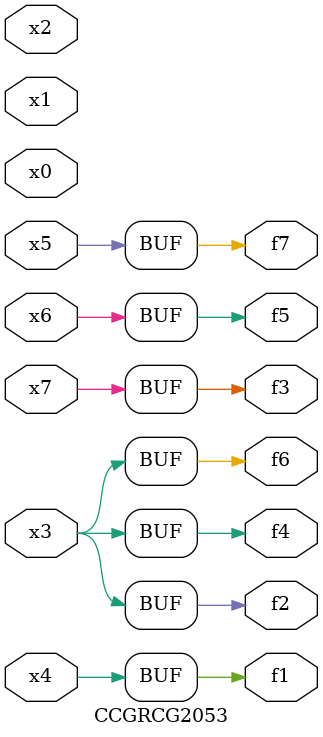
<source format=v>
module CCGRCG2053(
	input x0, x1, x2, x3, x4, x5, x6, x7,
	output f1, f2, f3, f4, f5, f6, f7
);
	assign f1 = x4;
	assign f2 = x3;
	assign f3 = x7;
	assign f4 = x3;
	assign f5 = x6;
	assign f6 = x3;
	assign f7 = x5;
endmodule

</source>
